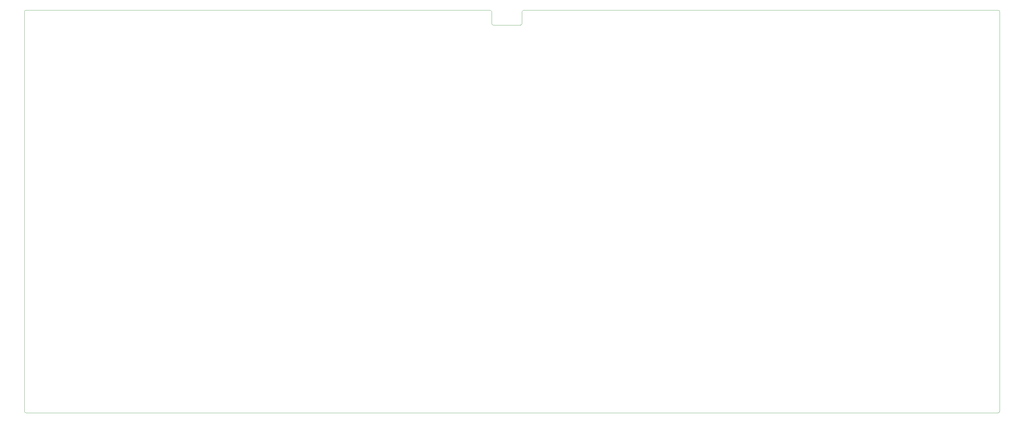
<source format=gbr>
%TF.GenerationSoftware,KiCad,Pcbnew,8.0.3*%
%TF.CreationDate,2024-07-13T16:12:34+02:00*%
%TF.ProjectId,DevKeyboard,4465764b-6579-4626-9f61-72642e6b6963,1.0*%
%TF.SameCoordinates,Original*%
%TF.FileFunction,Profile,NP*%
%FSLAX46Y46*%
G04 Gerber Fmt 4.6, Leading zero omitted, Abs format (unit mm)*
G04 Created by KiCad (PCBNEW 8.0.3) date 2024-07-13 16:12:34*
%MOMM*%
%LPD*%
G01*
G04 APERTURE LIST*
%TA.AperFunction,Profile*%
%ADD10C,0.050000*%
%TD*%
G04 APERTURE END LIST*
D10*
X27500000Y-142100000D02*
X27500000Y-15600000D01*
X185298000Y-15100000D02*
X335500000Y-15100000D01*
X336000000Y-142100000D02*
G75*
G02*
X335500000Y-142600000I-500000J0D01*
G01*
X336000000Y-15600000D02*
X336000000Y-142100000D01*
X335500000Y-15100000D02*
G75*
G02*
X336000000Y-15600000I0J-500000D01*
G01*
X335500000Y-142600000D02*
X28000000Y-142600000D01*
X27500000Y-15600000D02*
G75*
G02*
X28000000Y-15100000I500000J0D01*
G01*
X28000000Y-15100000D02*
X174900000Y-15100000D01*
X28000000Y-142600000D02*
G75*
G02*
X27500000Y-142100000I0J500000D01*
G01*
%TO.C,J301*%
X174900000Y-15100000D02*
X175302000Y-15494400D01*
X175300000Y-19300000D02*
X175302000Y-15494400D01*
X184400000Y-19800000D02*
X175800000Y-19799800D01*
X184898000Y-15490000D02*
X184900000Y-19300000D01*
X185298000Y-15100000D02*
X184898000Y-15490000D01*
X175800000Y-19800000D02*
G75*
G02*
X175300000Y-19300000I1J500001D01*
G01*
X184900000Y-19300000D02*
G75*
G02*
X184400000Y-19800000I-500000J0D01*
G01*
%TD*%
M02*

</source>
